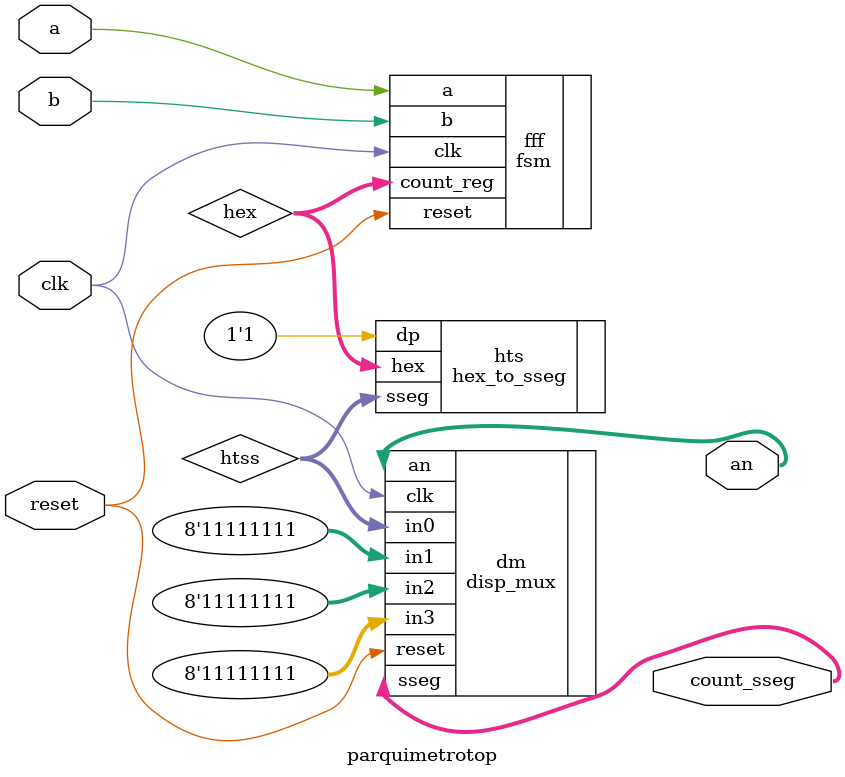
<source format=v>
`timescale 1ns / 1ps
module parquimetrotop(
		input wire clk, reset,
		input wire a, 
		input wire b,
		output wire [7:0] count_sseg,
		output wire [3:0] an

    );

   wire [3:0] hex;
	fsm fff(.clk(clk), .reset(reset), .a(a), .b(b), .count_reg(hex));

	wire [7:0] htss;
	hex_to_sseg hts (.hex (hex), .dp(1'b1), .sseg(htss)); 
	
	disp_mux dm (.clk(clk), .reset(reset), .in0(htss), .in1(8'b11111111), .in2(8'b11111111), .in3(8'b11111111), .an(an), .sseg(count_sseg));
	


endmodule

</source>
